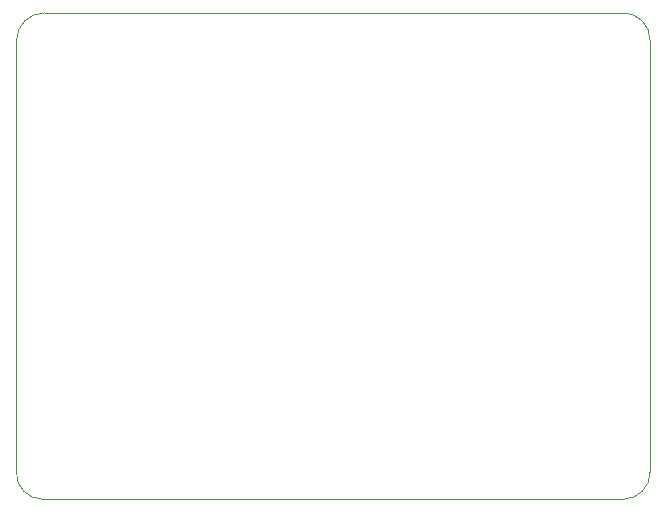
<source format=gbr>
%TF.GenerationSoftware,KiCad,Pcbnew,(6.0.10)*%
%TF.CreationDate,2023-01-20T23:09:19-08:00*%
%TF.ProjectId,pico8t,7069636f-3874-42e6-9b69-6361645f7063,rev?*%
%TF.SameCoordinates,Original*%
%TF.FileFunction,Profile,NP*%
%FSLAX46Y46*%
G04 Gerber Fmt 4.6, Leading zero omitted, Abs format (unit mm)*
G04 Created by KiCad (PCBNEW (6.0.10)) date 2023-01-20 23:09:19*
%MOMM*%
%LPD*%
G01*
G04 APERTURE LIST*
%TA.AperFunction,Profile*%
%ADD10C,0.100000*%
%TD*%
G04 APERTURE END LIST*
D10*
X37592000Y-12420000D02*
X86614000Y-12420000D01*
X88852000Y-14732000D02*
G75*
G03*
X86614000Y-12420000I-2275000J37000D01*
G01*
X86614000Y-53594000D02*
X37338000Y-53594000D01*
X35210000Y-51308000D02*
G75*
G03*
X37338000Y-53594000I2207000J-79000D01*
G01*
X88852000Y-14732000D02*
X88852000Y-51308000D01*
X35210000Y-51308000D02*
X35210000Y-14732000D01*
X86614000Y-53594000D02*
G75*
G03*
X88852000Y-51308000I-24000J2262000D01*
G01*
X37592000Y-12420000D02*
G75*
G03*
X35210000Y-14732000I-35000J-2347000D01*
G01*
M02*

</source>
